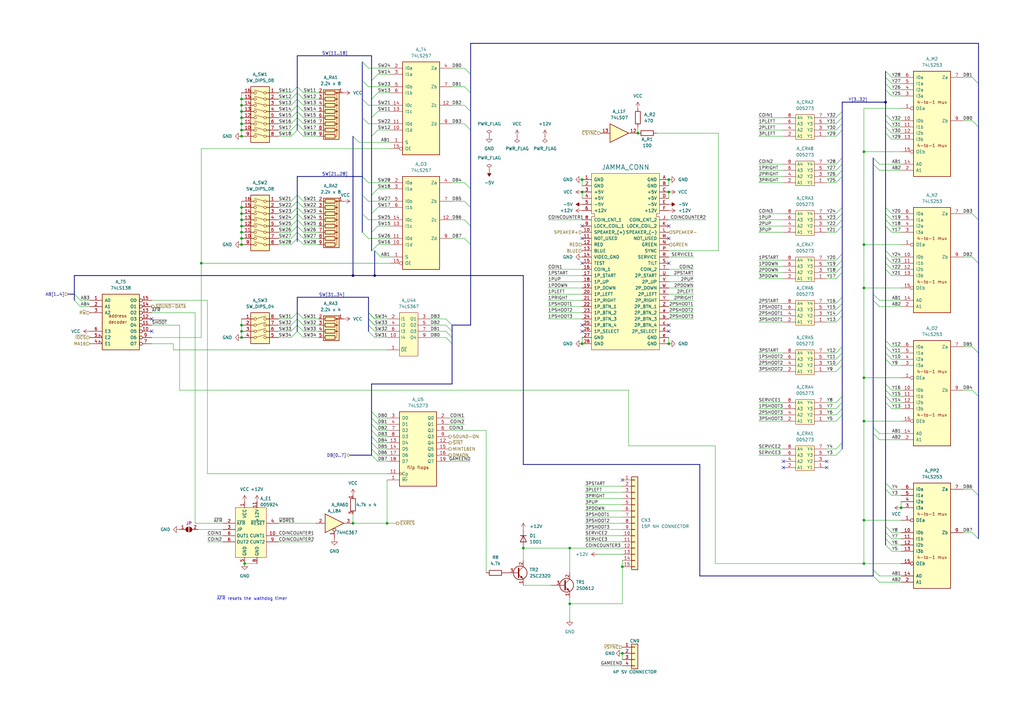
<source format=kicad_sch>
(kicad_sch (version 20231120) (generator "eeschema") (generator_version "8.0")
  (paper "A3")
  (title_block (title "Twin 16") (date "2024-09-08") (company "Konami GX687 / GX785") (comment 1 "Ulf Skutnabba, twitter: @skutis77"))
  (junction (at 144.78 113.03))
  (junction (at 99.06 48.26))
  (junction (at 99.06 85.09))
  (junction (at 99.06 40.64))
  (junction (at 274.32 73.66))
  (junction (at 238.76 140.97))
  (junction (at 99.06 92.71))
  (junction (at 354.33 118.11))
  (junction (at 354.33 172.72))
  (junction (at 99.06 97.79))
  (junction (at 99.06 133.35))
  (junction (at 238.76 73.66))
  (junction (at 158.75 214.63))
  (junction (at 99.06 53.34))
  (junction (at 99.06 138.43))
  (junction (at 274.32 140.97))
  (junction (at 274.32 78.74))
  (junction (at 100.33 231.14))
  (junction (at 99.06 50.8))
  (junction (at 99.06 43.18))
  (junction (at 354.33 100.33))
  (junction (at 99.06 135.89))
  (junction (at 369.57 208.28))
  (junction (at 354.33 213.36))
  (junction (at 99.06 95.25))
  (junction (at 261.62 54.61))
  (junction (at 233.68 247.65))
  (junction (at 99.06 45.72))
  (junction (at 233.68 224.79))
  (junction (at 99.06 55.88))
  (junction (at 255.27 267.97))
  (junction (at 99.06 90.17))
  (junction (at 153.67 113.03))
  (junction (at 82.55 107.95))
  (junction (at 354.33 231.14))
  (junction (at 238.76 78.74))
  (junction (at 255.27 232.41))
  (junction (at 363.22 41.91))
  (junction (at 144.78 214.63))
  (junction (at 354.33 154.94))
  (junction (at 214.63 224.79))
  (junction (at 354.33 62.23))
  (junction (at 99.06 100.33))
  (junction (at 99.06 87.63))
  (no_connect (at 339.09 191.77))
  (no_connect (at 238.76 92.71))
  (no_connect (at 238.76 97.79))
  (no_connect (at 274.32 97.79))
  (no_connect (at 274.32 92.71))
  (no_connect (at 62.23 135.89))
  (no_connect (at 62.23 130.81))
  (no_connect (at 321.31 189.23))
  (no_connect (at 274.32 133.35))
  (no_connect (at 274.32 135.89))
  (no_connect (at 238.76 133.35))
  (no_connect (at 238.76 135.89))
  (no_connect (at 321.31 191.77))
  (no_connect (at 274.32 107.95))
  (no_connect (at 238.76 107.95))
  (no_connect (at 339.09 189.23))
  (no_connect (at 255.27 196.85))
  (bus_entry (at 152.4 33.02) (size 2.54 -2.54))
  (bus_entry (at 363.22 31.75) (size 2.54 2.54))
  (bus_entry (at 152.4 171.45) (size 2.54 2.54))
  (bus_entry (at 345.44 144.78) (size -2.54 2.54))
  (bus_entry (at 345.44 147.32) (size -2.54 2.54))
  (bus_entry (at 121.92 130.81) (size -2.54 2.54))
  (bus_entry (at 363.22 215.9) (size 2.54 2.54))
  (bus_entry (at 345.44 104.14) (size -2.54 2.54))
  (bus_entry (at 121.92 53.34) (size 2.54 2.54))
  (bus_entry (at 363.22 29.21) (size 2.54 2.54))
  (bus_entry (at 345.44 87.63) (size -2.54 2.54))
  (bus_entry (at 345.44 127) (size -2.54 2.54))
  (bus_entry (at 121.92 48.26) (size 2.54 2.54))
  (bus_entry (at 363.22 90.17) (size 2.54 2.54))
  (bus_entry (at 363.22 144.78) (size 2.54 2.54))
  (bus_entry (at 358.14 233.68) (size 2.54 2.54))
  (bus_entry (at 148.59 33.02) (size 2.54 2.54))
  (bus_entry (at 363.22 46.99) (size 2.54 2.54))
  (bus_entry (at 363.22 198.12) (size 2.54 2.54))
  (bus_entry (at 148.59 25.4) (size 2.54 2.54))
  (bus_entry (at 190.5 50.8) (size 2.54 2.54))
  (bus_entry (at 121.92 95.25) (size 2.54 2.54))
  (bus_entry (at 363.22 223.52) (size 2.54 2.54))
  (bus_entry (at 121.92 82.55) (size -2.54 2.54))
  (bus_entry (at 345.44 72.39) (size -2.54 2.54))
  (bus_entry (at 151.13 130.81) (size 2.54 2.54))
  (bus_entry (at 345.44 142.24) (size -2.54 2.54))
  (bus_entry (at 358.14 120.65) (size 2.54 2.54))
  (bus_entry (at 121.92 35.56) (size 2.54 2.54))
  (bus_entry (at 363.22 157.48) (size 2.54 2.54))
  (bus_entry (at 121.92 43.18) (size -2.54 2.54))
  (bus_entry (at 121.92 130.81) (size 2.54 2.54))
  (bus_entry (at 363.22 200.66) (size 2.54 2.54))
  (bus_entry (at 398.78 200.66) (size 2.54 2.54))
  (bus_entry (at 358.14 64.77) (size 2.54 2.54))
  (bus_entry (at 121.92 87.63) (size 2.54 2.54))
  (bus_entry (at 144.78 55.88) (size 2.54 2.54))
  (bus_entry (at 151.13 135.89) (size 2.54 2.54))
  (bus_entry (at 358.14 177.8) (size 2.54 2.54))
  (bus_entry (at 148.59 72.39) (size 2.54 2.54))
  (bus_entry (at 190.5 35.56) (size 2.54 2.54))
  (bus_entry (at 345.44 109.22) (size -2.54 2.54))
  (bus_entry (at 121.92 45.72) (size 2.54 2.54))
  (bus_entry (at 363.22 85.09) (size 2.54 2.54))
  (bus_entry (at 363.22 160.02) (size 2.54 2.54))
  (bus_entry (at 151.13 128.27) (size 2.54 2.54))
  (bus_entry (at 363.22 105.41) (size 2.54 2.54))
  (bus_entry (at 363.22 165.1) (size 2.54 2.54))
  (bus_entry (at 148.59 87.63) (size 2.54 2.54))
  (bus_entry (at 121.92 135.89) (size 2.54 2.54))
  (bus_entry (at 363.22 34.29) (size 2.54 2.54))
  (bus_entry (at 121.92 128.27) (size -2.54 2.54))
  (bus_entry (at 358.14 175.26) (size 2.54 2.54))
  (bus_entry (at 121.92 135.89) (size -2.54 2.54))
  (bus_entry (at 121.92 95.25) (size -2.54 2.54))
  (bus_entry (at 363.22 110.49) (size 2.54 2.54))
  (bus_entry (at 363.22 49.53) (size 2.54 2.54))
  (bus_entry (at 345.44 165.1) (size -2.54 2.54))
  (bus_entry (at 151.13 128.27) (size 2.54 2.54))
  (bus_entry (at 121.92 43.18) (size 2.54 2.54))
  (bus_entry (at 345.44 129.54) (size -2.54 2.54))
  (bus_entry (at 345.44 121.92) (size -2.54 2.54))
  (bus_entry (at 398.78 105.41) (size 2.54 2.54))
  (bus_entry (at 358.14 236.22) (size 2.54 2.54))
  (bus_entry (at 148.59 48.26) (size 2.54 2.54))
  (bus_entry (at 190.5 74.93) (size 2.54 2.54))
  (bus_entry (at 190.5 43.18) (size 2.54 2.54))
  (bus_entry (at 152.4 55.88) (size 2.54 -2.54))
  (bus_entry (at 121.92 82.55) (size 2.54 2.54))
  (bus_entry (at 363.22 162.56) (size 2.54 2.54))
  (bus_entry (at 345.44 92.71) (size -2.54 2.54))
  (bus_entry (at 152.4 168.91) (size 2.54 2.54))
  (bus_entry (at 345.44 45.72) (size -2.54 2.54))
  (bus_entry (at 121.92 80.01) (size -2.54 2.54))
  (bus_entry (at 345.44 64.77) (size -2.54 2.54))
  (bus_entry (at 363.22 218.44) (size 2.54 2.54))
  (bus_entry (at 148.59 80.01) (size 2.54 2.54))
  (bus_entry (at 345.44 67.31) (size -2.54 2.54))
  (bus_entry (at 151.13 130.81) (size 2.54 2.54))
  (bus_entry (at 398.78 87.63) (size 2.54 2.54))
  (bus_entry (at 152.4 176.53) (size 2.54 2.54))
  (bus_entry (at 121.92 97.79) (size -2.54 2.54))
  (bus_entry (at 363.22 102.87) (size 2.54 2.54))
  (bus_entry (at 148.59 95.25) (size 2.54 2.54))
  (bus_entry (at 152.4 179.07) (size 2.54 2.54))
  (bus_entry (at 345.44 111.76) (size -2.54 2.54))
  (bus_entry (at 152.4 40.64) (size 2.54 -2.54))
  (bus_entry (at 152.4 184.15) (size 2.54 2.54))
  (bus_entry (at 121.92 35.56) (size -2.54 2.54))
  (bus_entry (at 30.48 123.19) (size 2.54 2.54))
  (bus_entry (at 182.88 133.35) (size 2.54 2.54))
  (bus_entry (at 152.4 102.87) (size 2.54 -2.54))
  (bus_entry (at 152.4 48.26) (size 2.54 -2.54))
  (bus_entry (at 121.92 38.1) (size 2.54 2.54))
  (bus_entry (at 363.22 107.95) (size 2.54 2.54))
  (bus_entry (at 121.92 80.01) (size 2.54 2.54))
  (bus_entry (at 190.5 27.94) (size 2.54 2.54))
  (bus_entry (at 363.22 142.24) (size 2.54 2.54))
  (bus_entry (at 190.5 90.17) (size 2.54 2.54))
  (bus_entry (at 398.78 31.75) (size 2.54 2.54))
  (bus_entry (at 152.4 186.69) (size 2.54 2.54))
  (bus_entry (at 121.92 133.35) (size -2.54 2.54))
  (bus_entry (at 345.44 53.34) (size -2.54 2.54))
  (bus_entry (at 345.44 85.09) (size -2.54 2.54))
  (bus_entry (at 152.4 87.63) (size 2.54 -2.54))
  (bus_entry (at 121.92 53.34) (size -2.54 2.54))
  (bus_entry (at 121.92 90.17) (size -2.54 2.54))
  (bus_entry (at 190.5 97.79) (size 2.54 2.54))
  (bus_entry (at 121.92 97.79) (size 2.54 2.54))
  (bus_entry (at 152.4 95.25) (size 2.54 -2.54))
  (bus_entry (at 182.88 135.89) (size 2.54 2.54))
  (bus_entry (at 345.44 167.64) (size -2.54 2.54))
  (bus_entry (at 363.22 92.71) (size 2.54 2.54))
  (bus_entry (at 121.92 133.35) (size 2.54 2.54))
  (bus_entry (at 121.92 50.8) (size -2.54 2.54))
  (bus_entry (at 363.22 36.83) (size 2.54 2.54))
  (bus_entry (at 363.22 87.63) (size 2.54 2.54))
  (bus_entry (at 345.44 106.68) (size -2.54 2.54))
  (bus_entry (at 121.92 40.64) (size -2.54 2.54))
  (bus_entry (at 363.22 147.32) (size 2.54 2.54))
  (bus_entry (at 190.5 82.55) (size 2.54 2.54))
  (bus_entry (at 30.48 120.65) (size 2.54 2.54))
  (bus_entry (at 121.92 87.63) (size -2.54 2.54))
  (bus_entry (at 121.92 50.8) (size 2.54 2.54))
  (bus_entry (at 152.4 181.61) (size 2.54 2.54))
  (bus_entry (at 121.92 92.71) (size 2.54 2.54))
  (bus_entry (at 345.44 149.86) (size -2.54 2.54))
  (bus_entry (at 345.44 181.61) (size -2.54 2.54))
  (bus_entry (at 358.14 67.31) (size 2.54 2.54))
  (bus_entry (at 151.13 133.35) (size 2.54 2.54))
  (bus_entry (at 121.92 85.09) (size -2.54 2.54))
  (bus_entry (at 182.88 130.81) (size 2.54 2.54))
  (bus_entry (at 345.44 170.18) (size -2.54 2.54))
  (bus_entry (at 121.92 90.17) (size 2.54 2.54))
  (bus_entry (at 153.67 102.87) (size 2.54 2.54))
  (bus_entry (at 358.14 123.19) (size 2.54 2.54))
  (bus_entry (at 363.22 139.7) (size 2.54 2.54))
  (bus_entry (at 398.78 218.44) (size 2.54 2.54))
  (bus_entry (at 345.44 162.56) (size -2.54 2.54))
  (bus_entry (at 345.44 48.26) (size -2.54 2.54))
  (bus_entry (at 363.22 220.98) (size 2.54 2.54))
  (bus_entry (at 345.44 124.46) (size -2.54 2.54))
  (bus_entry (at 398.78 49.53) (size 2.54 2.54))
  (bus_entry (at 121.92 48.26) (size -2.54 2.54))
  (bus_entry (at 152.4 173.99) (size 2.54 2.54))
  (bus_entry (at 121.92 38.1) (size -2.54 2.54))
  (bus_entry (at 121.92 85.09) (size 2.54 2.54))
  (bus_entry (at 398.78 160.02) (size 2.54 2.54))
  (bus_entry (at 182.88 138.43) (size 2.54 2.54))
  (bus_entry (at 345.44 69.85) (size -2.54 2.54))
  (bus_entry (at 148.59 40.64) (size 2.54 2.54))
  (bus_entry (at 121.92 128.27) (size 2.54 2.54))
  (bus_entry (at 345.44 90.17) (size -2.54 2.54))
  (bus_entry (at 121.92 45.72) (size -2.54 2.54))
  (bus_entry (at 363.22 52.07) (size 2.54 2.54))
  (bus_entry (at 152.4 80.01) (size 2.54 -2.54))
  (bus_entry (at 363.22 54.61) (size 2.54 2.54))
  (bus_entry (at 345.44 50.8) (size -2.54 2.54))
  (bus_entry (at 398.78 142.24) (size 2.54 2.54))
  (bus_entry (at 121.92 92.71) (size -2.54 2.54))
  (bus_entry (at 121.92 40.64) (size 2.54 2.54))
  (bus_entry (at 345.44 184.15) (size -2.54 2.54))
  (wire (pts (xy 185.42 90.17) (xy 190.5 90.17)))
  (bus (pts (xy 345.44 53.34) (xy 345.44 50.8)))
  (wire (pts (xy 85.09 123.19) (xy 85.09 194.31)))
  (wire (pts (xy 365.76 57.15) (xy 369.57 57.15)))
  (wire (pts (xy 99.06 82.55) (xy 99.06 85.09)))
  (bus (pts (xy 121.92 50.8) (xy 121.92 53.34)))
  (wire (pts (xy 274.32 78.74) (xy 274.32 81.28)))
  (bus (pts (xy 144.78 113.03) (xy 153.67 113.03)))
  (wire (pts (xy 255.27 267.97) (xy 255.27 270.51)))
  (bus (pts (xy 345.44 124.46) (xy 345.44 121.92)))
  (bus (pts (xy 152.4 181.61) (xy 152.4 179.07)))
  (wire (pts (xy 365.76 54.61) (xy 369.57 54.61)))
  (bus (pts (xy 363.22 142.24) (xy 363.22 144.78)))
  (wire (pts (xy 365.76 52.07) (xy 369.57 52.07)))
  (wire (pts (xy 274.32 138.43) (xy 274.32 140.97)))
  (wire (pts (xy 71.12 140.97) (xy 71.12 143.51)))
  (wire (pts (xy 365.76 162.56) (xy 369.57 162.56)))
  (bus (pts (xy 148.59 87.63) (xy 148.59 95.25)))
  (wire (pts (xy 154.94 179.07) (xy 158.75 179.07)))
  (wire (pts (xy 62.23 140.97) (xy 71.12 140.97)))
  (wire (pts (xy 124.46 87.63) (xy 130.81 87.63)))
  (wire (pts (xy 114.3 214.63) (xy 129.54 214.63)))
  (bus (pts (xy 345.44 127) (xy 345.44 124.46)))
  (wire (pts (xy 311.15 53.34) (xy 321.31 53.34)))
  (wire (pts (xy 240.03 219.71) (xy 255.27 219.71)))
  (bus (pts (xy 401.32 107.95) (xy 401.32 90.17)))
  (wire (pts (xy 119.38 133.35) (xy 114.3 133.35)))
  (bus (pts (xy 121.92 38.1) (xy 121.92 35.56)))
  (wire (pts (xy 153.67 135.89) (xy 158.75 135.89)))
  (wire (pts (xy 185.42 50.8) (xy 190.5 50.8)))
  (bus (pts (xy 30.48 120.65) (xy 30.48 123.19)))
  (wire (pts (xy 311.15 144.78) (xy 321.31 144.78)))
  (wire (pts (xy 124.46 85.09) (xy 130.81 85.09)))
  (bus (pts (xy 363.22 87.63) (xy 363.22 90.17)))
  (wire (pts (xy 185.42 27.94) (xy 190.5 27.94)))
  (wire (pts (xy 119.38 45.72) (xy 114.3 45.72)))
  (wire (pts (xy 153.67 138.43) (xy 158.75 138.43)))
  (wire (pts (xy 124.46 133.35) (xy 130.81 133.35)))
  (wire (pts (xy 342.9 55.88) (xy 339.09 55.88)))
  (wire (pts (xy 342.9 147.32) (xy 339.09 147.32)))
  (bus (pts (xy 345.44 92.71) (xy 345.44 90.17)))
  (bus (pts (xy 345.44 109.22) (xy 345.44 106.68)))
  (wire (pts (xy 365.76 144.78) (xy 369.57 144.78)))
  (wire (pts (xy 224.79 125.73) (xy 238.76 125.73)))
  (wire (pts (xy 311.15 92.71) (xy 321.31 92.71)))
  (bus (pts (xy 185.42 157.48) (xy 185.42 140.97)))
  (wire (pts (xy 365.76 149.86) (xy 369.57 149.86)))
  (wire (pts (xy 274.32 73.66) (xy 274.32 76.2)))
  (bus (pts (xy 363.22 160.02) (xy 363.22 162.56)))
  (bus (pts (xy 121.92 87.63) (xy 121.92 85.09)))
  (wire (pts (xy 342.9 50.8) (xy 339.09 50.8)))
  (wire (pts (xy 394.97 87.63) (xy 398.78 87.63)))
  (bus (pts (xy 30.48 113.03) (xy 144.78 113.03)))
  (bus (pts (xy 121.92 135.89) (xy 121.92 133.35)))
  (wire (pts (xy 311.15 106.68) (xy 321.31 106.68)))
  (wire (pts (xy 82.55 138.43) (xy 82.55 107.95)))
  (wire (pts (xy 114.3 219.71) (xy 128.27 219.71)))
  (wire (pts (xy 294.64 102.87) (xy 294.64 54.61)))
  (wire (pts (xy 151.13 50.8) (xy 160.02 50.8)))
  (bus (pts (xy 152.4 48.26) (xy 152.4 40.64)))
  (wire (pts (xy 311.15 114.3) (xy 321.31 114.3)))
  (wire (pts (xy 80.01 128.27) (xy 80.01 214.63)))
  (wire (pts (xy 233.68 224.79) (xy 255.27 224.79)))
  (bus (pts (xy 121.92 22.86) (xy 121.92 35.56)))
  (wire (pts (xy 342.9 69.85) (xy 339.09 69.85)))
  (bus (pts (xy 345.44 149.86) (xy 345.44 147.32)))
  (bus (pts (xy 152.4 186.69) (xy 152.4 184.15)))
  (bus (pts (xy 193.04 77.47) (xy 193.04 85.09)))
  (wire (pts (xy 365.76 90.17) (xy 369.57 90.17)))
  (wire (pts (xy 342.9 132.08) (xy 339.09 132.08)))
  (wire (pts (xy 99.06 133.35) (xy 99.06 135.89)))
  (wire (pts (xy 354.33 231.14) (xy 369.57 231.14)))
  (wire (pts (xy 85.09 222.25) (xy 91.44 222.25)))
  (wire (pts (xy 158.75 214.63) (xy 144.78 214.63)))
  (bus (pts (xy 363.22 46.99) (xy 363.22 49.53)))
  (wire (pts (xy 354.33 172.72) (xy 354.33 213.36)))
  (bus (pts (xy 121.92 40.64) (xy 121.92 38.1)))
  (bus (pts (xy 345.44 106.68) (xy 345.44 104.14)))
  (wire (pts (xy 124.46 55.88) (xy 130.81 55.88)))
  (wire (pts (xy 62.23 138.43) (xy 82.55 138.43)))
  (bus (pts (xy 152.4 171.45) (xy 152.4 168.91)))
  (bus (pts (xy 358.14 64.77) (xy 358.14 67.31)))
  (bus (pts (xy 363.22 107.95) (xy 363.22 110.49)))
  (wire (pts (xy 151.13 97.79) (xy 160.02 97.79)))
  (wire (pts (xy 119.38 92.71) (xy 114.3 92.71)))
  (bus (pts (xy 345.44 85.09) (xy 345.44 72.39)))
  (bus (pts (xy 345.44 181.61) (xy 345.44 170.18)))
  (wire (pts (xy 82.55 107.95) (xy 160.02 107.95)))
  (wire (pts (xy 365.76 113.03) (xy 369.57 113.03)))
  (wire (pts (xy 354.33 213.36) (xy 354.33 231.14)))
  (wire (pts (xy 354.33 62.23) (xy 354.33 100.33)))
  (wire (pts (xy 154.94 176.53) (xy 158.75 176.53)))
  (wire (pts (xy 365.76 200.66) (xy 369.57 200.66)))
  (bus (pts (xy 152.4 168.91) (xy 152.4 157.48)))
  (wire (pts (xy 342.9 53.34) (xy 339.09 53.34)))
  (bus (pts (xy 185.42 140.97) (xy 185.42 138.43)))
  (bus (pts (xy 363.22 105.41) (xy 363.22 107.95)))
  (wire (pts (xy 119.38 130.81) (xy 114.3 130.81)))
  (bus (pts (xy 358.14 233.68) (xy 358.14 236.22)))
  (bus (pts (xy 358.14 120.65) (xy 358.14 123.19)))
  (wire (pts (xy 342.9 48.26) (xy 339.09 48.26)))
  (bus (pts (xy 358.14 177.8) (xy 358.14 233.68)))
  (wire (pts (xy 365.76 223.52) (xy 369.57 223.52)))
  (wire (pts (xy 274.32 120.65) (xy 284.48 120.65)))
  (wire (pts (xy 365.76 49.53) (xy 369.57 49.53)))
  (wire (pts (xy 274.32 110.49) (xy 284.48 110.49)))
  (wire (pts (xy 99.06 40.64) (xy 99.06 43.18)))
  (bus (pts (xy 153.67 113.03) (xy 214.63 113.03)))
  (wire (pts (xy 124.46 130.81) (xy 130.81 130.81)))
  (wire (pts (xy 33.02 123.19) (xy 36.83 123.19)))
  (wire (pts (xy 154.94 77.47) (xy 160.02 77.47)))
  (wire (pts (xy 360.68 123.19) (xy 369.57 123.19)))
  (bus (pts (xy 363.22 41.91) (xy 363.22 46.99)))
  (bus (pts (xy 151.13 130.81) (xy 151.13 133.35)))
  (bus (pts (xy 143.51 186.69) (xy 152.4 186.69)))
  (bus (pts (xy 401.32 34.29) (xy 401.32 17.78)))
  (wire (pts (xy 311.15 90.17) (xy 321.31 90.17)))
  (wire (pts (xy 224.79 128.27) (xy 238.76 128.27)))
  (bus (pts (xy 345.44 50.8) (xy 345.44 48.26)))
  (wire (pts (xy 342.9 170.18) (xy 339.09 170.18)))
  (wire (pts (xy 62.23 128.27) (xy 80.01 128.27)))
  (wire (pts (xy 233.68 254) (xy 233.68 247.65)))
  (wire (pts (xy 255.27 229.87) (xy 255.27 232.41)))
  (bus (pts (xy 287.02 190.5) (xy 287.02 236.22)))
  (bus (pts (xy 152.4 87.63) (xy 152.4 95.25)))
  (wire (pts (xy 240.03 209.55) (xy 255.27 209.55)))
  (wire (pts (xy 124.46 48.26) (xy 130.81 48.26)))
  (wire (pts (xy 124.46 92.71) (xy 130.81 92.71)))
  (wire (pts (xy 365.76 92.71) (xy 369.57 92.71)))
  (bus (pts (xy 185.42 138.43) (xy 185.42 135.89)))
  (wire (pts (xy 311.15 172.72) (xy 321.31 172.72)))
  (bus (pts (xy 121.92 43.18) (xy 121.92 40.64)))
  (wire (pts (xy 311.15 72.39) (xy 321.31 72.39)))
  (wire (pts (xy 394.97 200.66) (xy 398.78 200.66)))
  (wire (pts (xy 240.03 217.17) (xy 255.27 217.17)))
  (wire (pts (xy 119.38 135.89) (xy 114.3 135.89)))
  (bus (pts (xy 214.63 190.5) (xy 287.02 190.5)))
  (wire (pts (xy 240.03 222.25) (xy 255.27 222.25)))
  (wire (pts (xy 119.38 48.26) (xy 114.3 48.26)))
  (bus (pts (xy 363.22 85.09) (xy 363.22 87.63)))
  (bus (pts (xy 152.4 33.02) (xy 152.4 22.86)))
  (wire (pts (xy 394.97 49.53) (xy 398.78 49.53)))
  (wire (pts (xy 311.15 186.69) (xy 321.31 186.69)))
  (bus (pts (xy 121.92 130.81) (xy 121.92 128.27)))
  (bus (pts (xy 363.22 36.83) (xy 363.22 41.91)))
  (bus (pts (xy 151.13 121.92) (xy 151.13 128.27)))
  (wire (pts (xy 99.06 92.71) (xy 99.06 95.25)))
  (wire (pts (xy 360.68 177.8) (xy 369.57 177.8)))
  (bus (pts (xy 363.22 220.98) (xy 363.22 223.52)))
  (wire (pts (xy 354.33 100.33) (xy 354.33 118.11)))
  (bus (pts (xy 193.04 38.1) (xy 193.04 45.72)))
  (bus (pts (xy 358.14 175.26) (xy 358.14 177.8)))
  (bus (pts (xy 148.59 33.02) (xy 148.59 40.64)))
  (bus (pts (xy 185.42 133.35) (xy 193.04 133.35)))
  (wire (pts (xy 82.55 60.96) (xy 160.02 60.96)))
  (bus (pts (xy 345.44 121.92) (xy 345.44 111.76)))
  (bus (pts (xy 363.22 92.71) (xy 363.22 102.87)))
  (bus (pts (xy 363.22 102.87) (xy 363.22 105.41)))
  (bus (pts (xy 152.4 48.26) (xy 152.4 55.88)))
  (wire (pts (xy 144.78 210.82) (xy 144.78 214.63)))
  (wire (pts (xy 311.15 184.15) (xy 321.31 184.15)))
  (wire (pts (xy 71.12 143.51) (xy 158.75 143.51)))
  (bus (pts (xy 30.48 120.65) (xy 30.48 113.03)))
  (wire (pts (xy 360.68 125.73) (xy 369.57 125.73)))
  (bus (pts (xy 152.4 184.15) (xy 152.4 181.61)))
  (wire (pts (xy 154.94 186.69) (xy 158.75 186.69)))
  (wire (pts (xy 354.33 118.11) (xy 354.33 154.94)))
  (bus (pts (xy 121.92 72.39) (xy 148.59 72.39)))
  (wire (pts (xy 99.06 43.18) (xy 99.06 45.72)))
  (wire (pts (xy 224.79 90.17) (xy 238.76 90.17)))
  (wire (pts (xy 365.76 39.37) (xy 369.57 39.37)))
  (bus (pts (xy 345.44 64.77) (xy 345.44 53.34)))
  (wire (pts (xy 153.67 130.81) (xy 158.75 130.81)))
  (wire (pts (xy 153.67 133.35) (xy 158.75 133.35)))
  (wire (pts (xy 274.32 115.57) (xy 284.48 115.57)))
  (bus (pts (xy 363.22 215.9) (xy 363.22 218.44)))
  (bus (pts (xy 185.42 133.35) (xy 185.42 135.89)))
  (wire (pts (xy 274.32 125.73) (xy 284.48 125.73)))
  (wire (pts (xy 154.94 38.1) (xy 160.02 38.1)))
  (wire (pts (xy 73.66 160.02) (xy 257.81 160.02)))
  (wire (pts (xy 261.62 52.07) (xy 261.62 54.61)))
  (wire (pts (xy 311.15 69.85) (xy 321.31 69.85)))
  (wire (pts (xy 119.38 50.8) (xy 114.3 50.8)))
  (wire (pts (xy 119.38 40.64) (xy 114.3 40.64)))
  (wire (pts (xy 360.68 69.85) (xy 369.57 69.85)))
  (bus (pts (xy 345.44 111.76) (xy 345.44 109.22)))
  (wire (pts (xy 124.46 82.55) (xy 130.81 82.55)))
  (wire (pts (xy 233.68 234.95) (xy 233.68 224.79)))
  (bus (pts (xy 121.92 90.17) (xy 121.92 87.63)))
  (bus (pts (xy 214.63 113.03) (xy 214.63 190.5)))
  (wire (pts (xy 257.81 160.02) (xy 257.81 182.88)))
  (wire (pts (xy 214.63 240.03) (xy 226.06 240.03)))
  (bus (pts (xy 193.04 53.34) (xy 193.04 77.47)))
  (bus (pts (xy 363.22 31.75) (xy 363.22 34.29)))
  (wire (pts (xy 176.53 138.43) (xy 182.88 138.43)))
  (bus (pts (xy 401.32 220.98) (xy 401.32 203.2)))
  (wire (pts (xy 62.23 123.19) (xy 85.09 123.19)))
  (wire (pts (xy 151.13 27.94) (xy 160.02 27.94)))
  (wire (pts (xy 311.15 147.32) (xy 321.31 147.32)))
  (bus (pts (xy 148.59 40.64) (xy 148.59 48.26)))
  (wire (pts (xy 294.64 54.61) (xy 269.24 54.61)))
  (wire (pts (xy 274.32 123.19) (xy 284.48 123.19)))
  (bus (pts (xy 363.22 200.66) (xy 363.22 215.9)))
  (wire (pts (xy 274.32 118.11) (xy 284.48 118.11)))
  (wire (pts (xy 365.76 95.25) (xy 369.57 95.25)))
  (wire (pts (xy 342.9 152.4) (xy 339.09 152.4)))
  (wire (pts (xy 151.13 43.18) (xy 160.02 43.18)))
  (wire (pts (xy 124.46 138.43) (xy 130.81 138.43)))
  (wire (pts (xy 156.21 105.41) (xy 160.02 105.41)))
  (wire (pts (xy 311.15 67.31) (xy 321.31 67.31)))
  (wire (pts (xy 119.38 53.34) (xy 114.3 53.34)))
  (wire (pts (xy 185.42 35.56) (xy 190.5 35.56)))
  (wire (pts (xy 342.9 92.71) (xy 339.09 92.71)))
  (bus (pts (xy 121.92 82.55) (xy 121.92 80.01)))
  (wire (pts (xy 274.32 90.17) (xy 289.56 90.17)))
  (bus (pts (xy 121.92 92.71) (xy 121.92 90.17)))
  (wire (pts (xy 342.9 114.3) (xy 339.09 114.3)))
  (wire (pts (xy 342.9 167.64) (xy 339.09 167.64)))
  (wire (pts (xy 365.76 220.98) (xy 369.57 220.98)))
  (wire (pts (xy 119.38 90.17) (xy 114.3 90.17)))
  (wire (pts (xy 394.97 218.44) (xy 398.78 218.44)))
  (wire (pts (xy 360.68 238.76) (xy 369.57 238.76)))
  (wire (pts (xy 354.33 154.94) (xy 369.57 154.94)))
  (wire (pts (xy 199.39 176.53) (xy 199.39 234.95)))
  (wire (pts (xy 99.06 45.72) (xy 99.06 48.26)))
  (wire (pts (xy 365.76 226.06) (xy 369.57 226.06)))
  (wire (pts (xy 369.57 205.74) (xy 369.57 208.28)))
  (wire (pts (xy 342.9 186.69) (xy 339.09 186.69)))
  (wire (pts (xy 365.76 165.1) (xy 369.57 165.1)))
  (wire (pts (xy 124.46 100.33) (xy 130.81 100.33)))
  (wire (pts (xy 311.15 50.8) (xy 321.31 50.8)))
  (wire (pts (xy 124.46 45.72) (xy 130.81 45.72)))
  (wire (pts (xy 119.38 87.63) (xy 114.3 87.63)))
  (wire (pts (xy 246.38 273.05) (xy 255.27 273.05)))
  (bus (pts (xy 193.04 30.48) (xy 193.04 38.1)))
  (wire (pts (xy 274.32 113.03) (xy 284.48 113.03)))
  (wire (pts (xy 124.46 90.17) (xy 130.81 90.17)))
  (bus (pts (xy 148.59 25.4) (xy 148.59 33.02)))
  (bus (pts (xy 363.22 49.53) (xy 363.22 52.07)))
  (bus (pts (xy 193.04 17.78) (xy 193.04 30.48)))
  (bus (pts (xy 121.92 133.35) (xy 121.92 130.81)))
  (bus (pts (xy 345.44 167.64) (xy 345.44 165.1)))
  (wire (pts (xy 224.79 115.57) (xy 238.76 115.57)))
  (bus (pts (xy 148.59 72.39) (xy 148.59 80.01)))
  (wire (pts (xy 124.46 95.25) (xy 130.81 95.25)))
  (wire (pts (xy 360.68 180.34) (xy 369.57 180.34)))
  (bus (pts (xy 345.44 147.32) (xy 345.44 144.78)))
  (wire (pts (xy 365.76 167.64) (xy 369.57 167.64)))
  (wire (pts (xy 224.79 123.19) (xy 238.76 123.19)))
  (wire (pts (xy 293.37 182.88) (xy 293.37 231.14)))
  (wire (pts (xy 176.53 135.89) (xy 182.88 135.89)))
  (wire (pts (xy 224.79 130.81) (xy 238.76 130.81)))
  (bus (pts (xy 345.44 129.54) (xy 345.44 127)))
  (wire (pts (xy 354.33 154.94) (xy 354.33 172.72)))
  (bus (pts (xy 345.44 170.18) (xy 345.44 167.64)))
  (bus (pts (xy 345.44 67.31) (xy 345.44 64.77)))
  (wire (pts (xy 238.76 78.74) (xy 238.76 81.28)))
  (bus (pts (xy 363.22 90.17) (xy 363.22 92.71)))
  (wire (pts (xy 82.55 107.95) (xy 82.55 60.96)))
  (bus (pts (xy 287.02 236.22) (xy 358.14 236.22)))
  (wire (pts (xy 124.46 40.64) (xy 130.81 40.64)))
  (bus (pts (xy 345.44 104.14) (xy 345.44 92.71)))
  (bus (pts (xy 345.44 165.1) (xy 345.44 162.56)))
  (wire (pts (xy 394.97 105.41) (xy 398.78 105.41)))
  (wire (pts (xy 73.66 133.35) (xy 73.66 160.02)))
  (wire (pts (xy 124.46 43.18) (xy 130.81 43.18)))
  (bus (pts (xy 363.22 157.48) (xy 363.22 160.02)))
  (wire (pts (xy 154.94 181.61) (xy 158.75 181.61)))
  (wire (pts (xy 80.01 214.63) (xy 91.44 214.63)))
  (bus (pts (xy 345.44 72.39) (xy 345.44 69.85)))
  (wire (pts (xy 360.68 67.31) (xy 369.57 67.31)))
  (wire (pts (xy 240.03 214.63) (xy 255.27 214.63)))
  (wire (pts (xy 293.37 182.88) (xy 257.81 182.88)))
  (bus (pts (xy 152.4 55.88) (xy 152.4 80.01)))
  (wire (pts (xy 311.15 127) (xy 321.31 127)))
  (wire (pts (xy 214.63 224.79) (xy 214.63 229.87)))
  (bus (pts (xy 401.32 162.56) (xy 401.32 144.78)))
  (wire (pts (xy 342.9 90.17) (xy 339.09 90.17)))
  (wire (pts (xy 154.94 30.48) (xy 160.02 30.48)))
  (wire (pts (xy 119.38 95.25) (xy 114.3 95.25)))
  (bus (pts (xy 152.4 95.25) (xy 152.4 102.87)))
  (bus (pts (xy 121.92 95.25) (xy 121.92 92.71)))
  (wire (pts (xy 311.15 165.1) (xy 321.31 165.1)))
  (wire (pts (xy 99.06 130.81) (xy 99.06 133.35)))
  (bus (pts (xy 193.04 100.33) (xy 193.04 133.35)))
  (wire (pts (xy 365.76 31.75) (xy 369.57 31.75)))
  (wire (pts (xy 240.03 207.01) (xy 255.27 207.01)))
  (bus (pts (xy 151.13 128.27) (xy 151.13 130.81)))
  (bus (pts (xy 345.44 184.15) (xy 345.44 181.61)))
  (bus (pts (xy 193.04 85.09) (xy 193.04 92.71)))
  (wire (pts (xy 33.02 125.73) (xy 36.83 125.73)))
  (wire (pts (xy 342.9 72.39) (xy 339.09 72.39)))
  (bus (pts (xy 152.4 22.86) (xy 121.92 22.86)))
  (wire (pts (xy 176.53 133.35) (xy 182.88 133.35)))
  (wire (pts (xy 184.15 189.23) (xy 193.04 189.23)))
  (bus (pts (xy 345.44 162.56) (xy 345.44 149.86)))
  (wire (pts (xy 154.94 173.99) (xy 158.75 173.99)))
  (wire (pts (xy 311.15 149.86) (xy 321.31 149.86)))
  (wire (pts (xy 154.94 184.15) (xy 158.75 184.15)))
  (wire (pts (xy 311.15 95.25) (xy 321.31 95.25)))
  (wire (pts (xy 311.15 124.46) (xy 321.31 124.46)))
  (wire (pts (xy 311.15 132.08) (xy 321.31 132.08)))
  (wire (pts (xy 185.42 74.93) (xy 190.5 74.93)))
  (bus (pts (xy 152.4 173.99) (xy 152.4 171.45)))
  (wire (pts (xy 342.9 109.22) (xy 339.09 109.22)))
  (wire (pts (xy 311.15 87.63) (xy 321.31 87.63)))
  (bus (pts (xy 345.44 90.17) (xy 345.44 87.63)))
  (bus (pts (xy 363.22 165.1) (xy 363.22 198.12)))
  (bus (pts (xy 345.44 48.26) (xy 345.44 45.72)))
  (bus (pts (xy 363.22 54.61) (xy 363.22 85.09)))
  (wire (pts (xy 342.9 111.76) (xy 339.09 111.76)))
  (wire (pts (xy 274.32 102.87) (xy 294.64 102.87)))
  (wire (pts (xy 369.57 213.36) (xy 354.33 213.36)))
  (wire (pts (xy 154.94 100.33) (xy 160.02 100.33)))
  (wire (pts (xy 124.46 97.79) (xy 130.81 97.79)))
  (bus (pts (xy 363.22 144.78) (xy 363.22 147.32)))
  (wire (pts (xy 311.15 170.18) (xy 321.31 170.18)))
  (wire (pts (xy 342.9 74.93) (xy 339.09 74.93)))
  (bus (pts (xy 193.04 45.72) (xy 193.04 53.34)))
  (wire (pts (xy 240.03 204.47) (xy 255.27 204.47)))
  (wire (pts (xy 119.38 43.18) (xy 114.3 43.18)))
  (wire (pts (xy 119.38 82.55) (xy 114.3 82.55)))
  (wire (pts (xy 342.9 95.25) (xy 339.09 95.25)))
  (wire (pts (xy 342.9 67.31) (xy 339.09 67.31)))
  (wire (pts (xy 162.56 214.63) (xy 158.75 214.63)))
  (wire (pts (xy 238.76 138.43) (xy 238.76 140.97)))
  (wire (pts (xy 311.15 152.4) (xy 321.31 152.4)))
  (wire (pts (xy 176.53 130.81) (xy 182.88 130.81)))
  (wire (pts (xy 99.06 53.34) (xy 99.06 55.88)))
  (wire (pts (xy 311.15 55.88) (xy 321.31 55.88)))
  (wire (pts (xy 394.97 142.24) (xy 398.78 142.24)))
  (bus (pts (xy 27.94 120.65) (xy 30.48 120.65)))
  (wire (pts (xy 119.38 38.1) (xy 114.3 38.1)))
  (wire (pts (xy 154.94 171.45) (xy 158.75 171.45)))
  (wire (pts (xy 184.15 173.99) (xy 190.5 173.99)))
  (wire (pts (xy 114.3 222.25) (xy 128.27 222.25)))
  (wire (pts (xy 365.76 203.2) (xy 369.57 203.2)))
  (bus (pts (xy 345.44 41.91) (xy 363.22 41.91)))
  (wire (pts (xy 311.15 111.76) (xy 321.31 111.76)))
  (bus (pts (xy 401.32 203.2) (xy 401.32 162.56)))
  (bus (pts (xy 363.22 110.49) (xy 363.22 139.7)))
  (bus (pts (xy 363.22 29.21) (xy 363.22 31.75)))
  (wire (pts (xy 245.11 227.33) (xy 255.27 227.33)))
  (bus (pts (xy 121.92 48.26) (xy 121.92 45.72)))
  (wire (pts (xy 184.15 176.53) (xy 199.39 176.53)))
  (bus (pts (xy 363.22 52.07) (xy 363.22 54.61)))
  (wire (pts (xy 99.06 135.89) (xy 99.06 138.43)))
  (bus (pts (xy 151.13 133.35) (xy 151.13 135.89)))
  (wire (pts (xy 342.9 144.78) (xy 339.09 144.78)))
  (wire (pts (xy 369.57 62.23) (xy 354.33 62.23)))
  (wire (pts (xy 274.32 130.81) (xy 284.48 130.81)))
  (wire (pts (xy 293.37 231.14) (xy 354.33 231.14)))
  (wire (pts (xy 354.33 100.33) (xy 369.57 100.33)))
  (wire (pts (xy 311.15 167.64) (xy 321.31 167.64)))
  (bus (pts (xy 363.22 147.32) (xy 363.22 157.48)))
  (bus (pts (xy 363.22 198.12) (xy 363.22 200.66)))
  (wire (pts (xy 184.15 171.45) (xy 190.5 171.45)))
  (wire (pts (xy 185.42 97.79) (xy 190.5 97.79)))
  (bus (pts (xy 358.14 123.19) (xy 358.14 175.26)))
  (bus (pts (xy 345.44 87.63) (xy 345.44 85.09)))
  (wire (pts (xy 342.9 184.15) (xy 339.09 184.15)))
  (wire (pts (xy 365.76 218.44) (xy 369.57 218.44)))
  (bus (pts (xy 121.92 99.06) (xy 121.92 97.79)))
  (wire (pts (xy 85.09 219.71) (xy 91.44 219.71)))
  (bus (pts (xy 152.4 80.01) (xy 152.4 87.63)))
  (wire (pts (xy 154.94 45.72) (xy 160.02 45.72)))
  (wire (pts (xy 99.06 97.79) (xy 99.06 100.33)))
  (wire (pts (xy 119.38 100.33) (xy 114.3 100.33)))
  (wire (pts (xy 224.79 120.65) (xy 238.76 120.65)))
  (wire (pts (xy 85.09 194.31) (xy 158.75 194.31)))
  (bus (pts (xy 345.44 45.72) (xy 345.44 41.91)))
  (bus (pts (xy 121.92 50.8) (xy 121.92 48.26)))
  (wire (pts (xy 255.27 232.41) (xy 255.27 247.65)))
  (wire (pts (xy 342.9 149.86) (xy 339.09 149.86)))
  (wire (pts (xy 81.28 217.17) (xy 91.44 217.17)))
  (bus (pts (xy 121.92 121.92) (xy 151.13 121.92)))
  (bus (pts (xy 363.22 162.56) (xy 363.22 165.1)))
  (wire (pts (xy 185.42 82.55) (xy 190.5 82.55)))
  (wire (pts (xy 274.32 128.27) (xy 284.48 128.27)))
  (wire (pts (xy 154.94 92.71) (xy 160.02 92.71)))
  (bus (pts (xy 148.59 48.26) (xy 148.59 72.39)))
  (bus (pts (xy 358.14 67.31) (xy 358.14 120.65)))
  (wire (pts (xy 365.76 36.83) (xy 369.57 36.83)))
  (wire (pts (xy 394.97 31.75) (xy 398.78 31.75)))
  (wire (pts (xy 154.94 189.23) (xy 158.75 189.23)))
  (wire (pts (xy 185.42 43.18) (xy 190.5 43.18)))
  (wire (pts (xy 365.76 147.32) (xy 369.57 147.32)))
  (bus (pts (xy 345.44 142.24) (xy 345.44 129.54)))
  (wire (pts (xy 62.23 133.35) (xy 73.66 133.35)))
  (wire (pts (xy 158.75 196.85) (xy 158.75 214.63)))
  (wire (pts (xy 147.32 58.42) (xy 160.02 58.42)))
  (bus (pts (xy 152.4 179.07) (xy 152.4 176.53)))
  (wire (pts (xy 240.03 201.93) (xy 255.27 201.93)))
  (bus (pts (xy 363.22 218.44) (xy 363.22 220.98)))
  (wire (pts (xy 360.68 236.22) (xy 369.57 236.22)))
  (wire (pts (xy 99.06 90.17) (xy 99.06 92.71)))
  (bus (pts (xy 121.92 80.01) (xy 121.92 72.39)))
  (wire (pts (xy 342.9 172.72) (xy 339.09 172.72)))
  (wire (pts (xy 99.06 87.63) (xy 99.06 90.17)))
  (wire (pts (xy 365.76 34.29) (xy 369.57 34.29)))
  (wire (pts (xy 124.46 53.34) (xy 130.81 53.34)))
  (wire (pts (xy 240.03 199.39) (xy 255.27 199.39)))
  (wire (pts (xy 342.9 165.1) (xy 339.09 165.1)))
  (wire (pts (xy 233.68 224.79) (xy 214.63 224.79)))
  (bus (pts (xy 121.92 85.09) (xy 121.92 82.55)))
  (wire (pts (xy 342.9 124.46) (xy 339.09 124.46)))
  (bus (pts (xy 401.32 17.78) (xy 193.04 17.78)))
  (bus (pts (xy 401.32 90.17) (xy 401.32 52.07)))
  (wire (pts (xy 233.68 247.65) (xy 233.68 245.11)))
  (wire (pts (xy 240.03 212.09) (xy 255.27 212.09)))
  (bus (pts (xy 121.92 97.79) (xy 121.92 95.25)))
  (wire (pts (xy 311.15 129.54) (xy 321.31 129.54)))
  (wire (pts (xy 255.27 247.65) (xy 233.68 247.65)))
  (wire (pts (xy 119.38 97.79) (xy 114.3 97.79)))
  (wire (pts (xy 99.06 85.09) (xy 99.06 87.63)))
  (bus (pts (xy 153.67 102.87) (xy 153.67 113.03)))
  (bus (pts (xy 363.22 139.7) (xy 363.22 142.24)))
  (wire (pts (xy 365.76 107.95) (xy 369.57 107.95)))
  (wire (pts (xy 365.76 105.41) (xy 369.57 105.41)))
  (bus (pts (xy 121.92 128.27) (xy 121.92 121.92)))
  (bus (pts (xy 121.92 45.72) (xy 121.92 43.18)))
  (wire (pts (xy 342.9 87.63) (xy 339.09 87.63)))
  (wire (pts (xy 100.33 231.14) (xy 105.41 231.14)))
  (bus (pts (xy 401.32 144.78) (xy 401.32 107.95)))
  (wire (pts (xy 365.76 110.49) (xy 369.57 110.49)))
  (wire (pts (xy 311.15 74.93) (xy 321.31 74.93)))
  (bus (pts (xy 152.4 157.48) (xy 185.42 157.48)))
  (wire (pts (xy 151.13 90.17) (xy 160.02 90.17)))
  (bus (pts (xy 345.44 144.78) (xy 345.44 142.24)))
  (bus (pts (xy 345.44 69.85) (xy 345.44 67.31)))
  (wire (pts (xy 124.46 135.89) (xy 130.81 135.89)))
  (wire (pts (xy 354.33 172.72) (xy 369.57 172.72)))
  (bus (pts (xy 401.32 52.07) (xy 401.32 34.29)))
  (bus (pts (xy 363.22 34.29) (xy 363.22 36.83)))
  (wire (pts (xy 224.79 110.49) (xy 238.76 110.49)))
  (wire (pts (xy 394.97 160.02) (xy 398.78 160.02)))
  (wire (pts (xy 151.13 35.56) (xy 160.02 35.56)))
  (wire (pts (xy 99.06 95.25) (xy 99.06 97.79)))
  (wire (pts (xy 154.94 53.34) (xy 160.02 53.34)))
  (wire (pts (xy 311.15 48.26) (xy 321.31 48.26)))
  (bus (pts (xy 152.4 40.64) (xy 152.4 33.02)))
  (wire (pts (xy 342.9 127) (xy 339.09 127)))
  (wire (pts (xy 119.38 85.09) (xy 114.3 85.09)))
  (wire (pts (xy 224.79 113.03) (xy 238.76 113.03)))
  (wire (pts (xy 99.06 48.26) (xy 99.06 50.8)))
  (wire (pts (xy 365.76 160.02) (xy 369.57 160.02)))
  (wire (pts (xy 274.32 105.41) (xy 284.48 105.41)))
  (wire (pts (xy 365.76 142.24) (xy 369.57 142.24)))
  (wire (pts (xy 151.13 82.55) (xy 160.02 82.55)))
  (bus (pts (xy 193.04 92.71) (xy 193.04 100.33)))
  (wire (pts (xy 311.15 109.22) (xy 321.31 109.22)))
  (wire (pts (xy 369.57 44.45) (xy 354.33 44.45)))
  (wire (pts (xy 151.13 74.93) (xy 160.02 74.93)))
  (wire (pts (xy 365.76 87.63) (xy 369.57 87.63)))
  (wire (pts (xy 119.38 138.43) (xy 114.3 138.43)))
  (bus (pts (xy 152.4 176.53) (xy 152.4 173.99)))
  (wire (pts (xy 99.06 38.1) (xy 99.06 40.64)))
  (wire (pts (xy 354.33 118.11) (xy 369.57 118.11)))
  (wire (pts (xy 342.9 106.68) (xy 339.09 106.68)))
  (wire (pts (xy 124.46 50.8) (xy 130.81 50.8)))
  (wire (pts (xy 124.46 38.1) (xy 130.81 38.1)))
  (bus (pts (xy 148.59 80.01) (xy 148.59 87.63)))
  (wire (pts (xy 238.76 73.66) (xy 238.76 76.2)))
  (wire (pts (xy 154.94 85.09) (xy 160.02 85.09)))
  (wire (pts (xy 224.79 118.11) (xy 238.76 118.11)))
  (wire (pts (xy 354.33 44.45) (xy 354.33 62.23)))
  (wire (pts (xy 342.9 129.54) (xy 339.09 129.54)))
  (bus (pts (xy 144.78 55.88) (xy 144.78 113.03)))
  (wire (pts (xy 119.38 55.88) (xy 114.3 55.88)))
  (wire (pts (xy 99.06 50.8) (xy 99.06 53.34)))
  (text "~{AFR} resets the wathdog timer" (at 88.9 246.38 0) (effects (font (size 1.27 1.27)) (justify left bottom)))
  (label "3PLEFT" (at 311.15 55.88 0))
  (label "Y30" (at 365.76 54.61 0))
  (label "1PSHOOT2" (at 224.79 128.27 0))
  (label "COIN2" (at 311.15 67.31 0))
  (label "SW17" (at 154.94 85.09 0))
  (label "SW34" (at 153.67 130.81 0))
  (label "Y13" (at 365.76 167.64 0))
  (label "Y7" (at 365.76 220.98 0))
  (label "SW28" (at 114.3 100.33 0))
  (label "Y12" (at 365.76 142.24 0))
  (label "2PSHOOT3" (at 284.48 130.81 180))
  (label "Y28" (at 365.76 31.75 0))
  (label "COINCOUNTER1" (at 224.79 90.17 0))
  (label "SW23" (at 124.46 87.63 0))
  (label "~{WDRES}" (at 114.3 214.63 0))
  (label "1PRIGHT" (at 224.79 123.19 0))
  (label "COIN1" (at 224.79 110.49 0))
  (label "AB1" (at 365.76 67.31 0))
  (label "SW18" (at 114.3 55.88 0))
  (label "SW31" (at 153.67 138.43 0))
  (label "DB2" (at 176.53 133.35 0))
  (label "SW16" (at 114.3 50.8 0))
  (label "2PUP" (at 311.15 92.71 0))
  (label "SW33" (at 114.3 135.89 0))
  (label "1PDOWN" (at 224.79 118.11 0))
  (label "Y23" (at 365.76 107.95 0))
  (label "DB3" (at 154.94 179.07 0))
  (label "SW22" (at 114.3 85.09 0))
  (label "SW[11..18]" (at 132.08 22.86 0))
  (label "AB2" (at 365.76 180.34 0))
  (label "COINCOUNTER1" (at 114.3 219.71 0))
  (label "SW25" (at 114.3 92.71 0))
  (label "DB2" (at 394.97 105.41 0))
  (label "Y5" (at 365.76 226.06 0))
  (label "~{AFR}" (at 87.63 214.63 0))
  (label "1PSTART" (at 311.15 106.68 0))
  (label "2PSTART" (at 284.48 113.03 180))
  (label "Y8" (at 365.76 218.44 0))
  (label "SW21" (at 124.46 82.55 0))
  (label "3PRIGHT" (at 311.15 74.93 0))
  (label "2PSHOOT1" (at 311.15 129.54 0))
  (label "DB3" (at 176.53 130.81 0))
  (label "SW24" (at 114.3 90.17 0))
  (label "AB1" (at 365.76 123.19 0))
  (label "SERVICE3" (at 240.03 222.25 0))
  (label "AB1" (at 365.76 236.22 0))
  (label "1PRIGHT" (at 311.15 69.85 0))
  (label "Y24" (at 339.09 87.63 0))
  (label "2PSHOOT3" (at 311.15 170.18 0))
  (label "COIN2" (at 284.48 110.49 180))
  (label "DB3" (at 185.42 50.8 0))
  (label "2PLEFT" (at 284.48 120.65 180))
  (label "Y5" (at 339.09 172.72 0))
  (label "DB5" (at 394.97 142.24 0))
  (label "SW31" (at 124.46 130.81 0))
  (label "1PSHOOT1" (at 311.15 127 0))
  (label "DB1" (at 154.94 173.99 0))
  (label "DB7" (at 154.94 189.23 0))
  (label "SW27" (at 154.94 82.55 0))
  (label "SW16" (at 154.94 100.33 0))
  (label "SW31" (at 114.3 130.81 0))
  (label "DB1" (at 394.97 31.75 0))
  (label "SW12" (at 154.94 53.34 0))
  (label "SW12" (at 124.46 40.64 0))
  (label "Y25" (at 339.09 74.93 0))
  (label "Y4" (at 339.09 184.15 0))
  (label "DB5" (at 185.42 82.55 0))
  (label "Y15" (at 365.76 162.56 0))
  (label "SW26" (at 114.3 95.25 0))
  (label "2PRIGHT" (at 311.15 72.39 0))
  (label "SERVICE2" (at 240.03 219.71 0))
  (label "SW11" (at 114.3 38.1 0))
  (label "Y20" (at 365.76 87.63 0))
  (label "COIN3" (at 184.15 176.53 0))
  (label "COIN2" (at 190.5 173.99 180))
  (label "Y10" (at 365.76 147.32 0))
  (label "Y14" (at 365.76 165.1 0))
  (label "SW28" (at 124.46 100.33 0))
  (label "COIN1" (at 190.5 171.45 180))
  (label "Y32" (at 365.76 49.53 0))
  (label "SW13" (at 124.46 43.18 0))
  (label "COIN1" (at 311.15 48.26 0))
  (label "3PLEFT" (at 240.03 201.93 0))
  (label "Y18" (at 339.09 111.76 0))
  (label "Y6" (at 365.76 223.52 0))
  (label "1PLEFT" (at 311.15 50.8 0))
  (label "AB1" (at 156.21 58.42 0))
  (label "AB4" (at 36.83 125.73 180))
  (label "Y24" (at 365.76 105.41 0))
  (label "Y3" (at 365.76 203.2 0))
  (label "DB6" (at 394.97 200.66 0))
  (label "SW26" (at 154.94 97.79 0))
  (label "SW27" (at 114.3 97.79 0))
  (label "SW32" (at 153.67 135.89 0))
  (label "SERVICE1" (at 311.15 165.1 0))
  (label "2PDOWN" (at 311.15 111.76 0))
  (label "3PSHOOT2" (at 240.03 214.63 0))
  (label "DB3" (at 394.97 87.63 0))
  (label "DB0" (at 176.53 138.43 0))
  (label "3PRIGHT" (at 240.03 204.47 0))
  (label "1PUP" (at 224.79 115.57 0))
  (label "DB1" (at 185.42 35.56 0))
  (label "Y19" (at 339.09 109.22 0))
  (label "Y11" (at 365.76 144.78 0))
  (label "SW28" (at 154.94 74.93 0))
  (label "AB1" (at 365.76 177.8 0))
  (label "DB2" (at 154.94 176.53 0))
  (label "AB1" (at 156.21 105.41 0))
  (label "SW14" (at 124.46 45.72 0))
  (label "DB4" (at 154.94 181.61 0))
  (label "1PLEFT" (at 224.79 120.65 0))
  (label "SW18" (at 124.46 55.88 0))
  (label "3PDOWN" (at 311.15 114.3 0))
  (label "3PUP" (at 311.15 95.25 0))
  (label "Y30" (at 339.09 53.34 0))
  (label "AB3" (at 36.83 123.19 180))
  (label "1PSHOOT3" (at 311.15 167.64 0))
  (label "SW[31..34]" (at 130.81 121.92 0))
  (label "Y27" (at 365.76 34.29 0))
  (label "COIN2" (at 85.09 222.25 0))
  (label "DB4" (at 185.42 74.93 0))
  (label "Y10" (at 339.09 149.86 0))
  (label "DB5" (at 154.94 184.15 0))
  (label "Y16" (at 365.76 160.02 0))
  (label "SW13" (at 154.94 38.1 0))
  (label "SW14" (at 114.3 45.72 0))
  (label "SW21" (at 154.94 43.18 0))
  (label "Y25" (at 365.76 39.37 0))
  (label "SW11" (at 154.94 45.72 0))
  (label "2PUP" (at 284.48 115.57 180))
  (label "Y26" (at 339.09 72.39 0))
  (label "SW17" (at 124.46 53.34 0))
  (label "Y6" (at 339.09 170.18 0))
  (label "Y32" (at 339.09 48.26 0))
  (label "Y21" (at 365.76 113.03 0))
  (label "DB6" (at 185.42 90.17 0))
  (label "Y23" (at 339.09 90.17 0))
  (label "SERVICE1" (at 284.48 105.41 180))
  (label "Y27" (at 339.09 69.85 0))
  (label "3PUP" (at 240.03 207.01 0))
  (label "SW24" (at 124.46 90.17 0))
  (label "3PDOWN" (at 240.03 209.55 0))
  (label "SW[21..28]" (at 132.08 72.39 0))
  (label "Y17" (at 365.76 95.25 0))
  (label "COINCOUNTER2" (at 289.56 90.17 180))
  (label "SW13" (at 114.3 43.18 0))
  (label "AB2" (at 365.76 238.76 0))
  (label "Y31" (at 339.09 50.8 0))
  (label "COINCOUNTER2" (at 114.3 222.25 0))
  (label "Y9" (at 339.09 152.4 0))
  (label "SW18" (at 154.94 77.47 0))
  (label "SW33" (at 153.67 133.35 0))
  (label "SW16" (at 124.46 50.8 0))
  (label "1PSHOOT2" (at 311.15 147.32 0))
  (label "SW15" (at 124.46 48.26 0))
  (label "3PSHOOT3" (at 311.15 172.72 0))
  (label "Y9" (at 365.76 149.86 0))
  (label "SW14" (at 154.94 30.48 0))
  (label "SW25" (at 124.46 92.71 0))
  (label "3PSHOOT1" (at 311.15 132.08 0))
  (label "SW17" (at 114.3 53.34 0))
  (label "Y4" (at 365.76 200.66 0))
  (label "Y22" (at 365.76 110.49 0))
  (label "SW33" (at 124.46 135.89 0))
  (label "3PSHOOT2" (at 311.15 152.4 0))
  (label "3PSTART" (at 240.03 199.39 0))
  (label "DB1" (at 176.53 135.89 0))
  (label "2PSHOOT2" (at 311.15 149.86 0))
  (label "2PSHOOT1" (at 284.48 125.73 180))
  (label "3PSHOOT1" (at 240.03 212.09 0))
  (label "GAMEEND" (at 246.38 273.05 0))
  (label "DB7" (at 394.97 218.44 0))
  (label "~{SHOOT}" (at 62.23 133.35 0))
  (label "Y26" (at 365.76 36.83 0))
  (label "1PUP" (at 311.15 90.17 0))
  (label "Y3" (at 339.09 186.69 0))
  (label "Y11" (at 339.09 147.32 0))
  (label "SW25" (at 154.94 90.17 0))
  (label "DB0" (at 154.94 171.45 0))
  (label "2PDOWN" (at 284.48 118.11 180))
  (label "2PSHOOT2" (at 284.48 128.27 180))
  (label "SW11" (at 124.46 38.1 0))
  (label "Y12" (at 339.09 144.78 0))
  (label "SW26" (at 124.46 95.25 0))
  (label "Y18" (at 365.76 92.71 0))
  (label "1PSTART" (at 224.79 113.03 0))
  (label "DB0" (at 185.42 27.94 0))
  (label "Y21" (at 339.09 95.25 0))
  (label "2PRIGHT" (at 284.48 123.19 180))
  (label "SW21" (at 114.3 82.55 0))
  (label "AB2" (at 365.76 125.73 0))
  (label "AB2" (at 365.76 69.85 0))
  (label "3PSTART" (at 311.15 144.78 0))
  (label "Y19" (at 365.76 90.17 0))
  (label "Y22" (at 339.09 92.71 0))
  (label "Y29" (at 339.09 55.88 0))
  (label "Y16" (at 339.09 124.46 0))
  (label "SW32" (at 114.3 133.35 0))
  (label "SW12" (at 114.3 40.64 0))
  (label "2PSTART" (at 311.15 124.46 0))
  (label "SW22" (at 154.94 50.8 0))
  (label "DB7" (at 185.42 97.79 0))
  (label "SW15" (at 154.94 92.71 0))
  (label "Y15" (at 339.09 127 0))
  (label "Y17" (at 339.09 114.3 0))
  (label "DB2" (at 185.42 43.18 0))
  (label "SW32" (at 124.46 133.35 0))
  (label "1PSHOOT3" (at 224.79 130.81 0))
  (label "SW24" (at 154.94 27.94 0))
  (label "SW22" (at 124.46 85.09 0))
  (label "SERVICE2" (at 311.15 184.15 0))
  (label "COINCOUNTER3" (at 240.03 224.79 0))
  (label "Y29" (at 365.76 57.15 0))
  (label "COIN1" (at 85.09 219.71 0))
  (label "Y14" (at 339.09 129.54 0))
  (label "Y28" (at 339.09 67.31 0))
  (label "SERVICE3" (at 311.15 186.69 0))
  (label "2PLEFT" (at 311.15 53.34 0))
  (label "3PSHOOT3" (at 240.03 217.17 0))
  (label "SW23" (at 154.94 35.56 0))
  (label "SW34" (at 114.3 138.43 0))
  (label "1PSHOOT1" (at 224.79 125.73 0))
  (label "~{AFR}" (at 62.23 128.27 0))
  (label "Y31" (at 365.76 52.07 0))
  (label "Y7" (at 339.09 167.64 0))
  (label "SW23" (at 114.3 87.63 0))
  (label "SW27" (at 124.46 97.79 0))
  (label "SW34" (at 124.46 138.43 0))
  (label "DB0" (at 394.97 49.53 0))
  (label "Y8" (at 339.09 165.1 0))
  (label "DB6" (at 154.94 186.69 0))
  (label "SW15" (at 114.3 48.26 0))
  (label "DB4" (at 394.97 160.02 0))
  (label "Y20" (at 339.09 106.68 0))
  (label "GAMEEND" (at 193.04 189.23 180))
  (label "Y13" (at 339.09 132.08 0))
  (label "COIN3" (at 311.15 87.63 0))
  (label "1PDOWN" (at 311.15 109.22 0))
  (label "Y[3..32]" (at 347.98 41.91 0))
  (hierarchical_label "MINT16EN" (shape output) (at 184.15 184.15 0))
  (hierarchical_label "AB[1..4]" (shape input) (at 27.94 120.65 180))
  (hierarchical_label "SOUND-ON" (shape output) (at 184.15 179.07 0))
  (hierarchical_label "R~{W}" (shape input) (at 36.83 128.27 180))
  (hierarchical_label "DB[0..7]" (shape bidirectional) (at 143.51 186.69 180))
  (hierarchical_label "SPEAKER-" (shape input) (at 274.32 95.25 0))
  (hierarchical_label "~{CSYNC}" (shape input) (at 246.38 54.61 180))
  (hierarchical_label "GREEN" (shape input) (at 274.32 100.33 0))
  (hierarchical_label "SPEAKER+" (shape input) (at 238.76 95.25 180))
  (hierarchical_label "~{SINT}" (shape output) (at 184.15 181.61 0))
  (hierarchical_label "RED" (shape input) (at 238.76 100.33 180))
  (hierarchical_label "BLUE" (shape input) (at 238.76 102.87 180))
  (hierarchical_label "DMAON" (shape output) (at 184.15 186.69 0))
  (hierarchical_label "~{VSYNC}" (shape input) (at 255.27 265.43 180))
  (hierarchical_label "~{SOUND-DATA}" (shape output) (at 62.23 125.73 0))
  (hierarchical_label "MA16" (shape input) (at 36.83 140.97 180))
  (hierarchical_label "~{EXRES}" (shape output) (at 162.56 214.63 0))
  (hierarchical_label "~{IOCS}" (shape input) (at 36.83 138.43 180))
  (symbol (lib_id "arcade:JAMMA_CONN") (at 242.57 71.12 0) (unit 1)
    (property "Reference" "JAMMA1" (effects (hide yes)))
    (property "Value" "JAMMA_CONN" (at 256.54 68.58 0) (effects (font (size 2.0066 2.0066))))
    (property "Footprint" "skutis:JAMMA-56" (effects (hide yes)))
    (property "Description" "JAMMA Edge Connector" (effects (hide yes)))
  )
  (symbol (lib_id "power:GND") (at 99.06 100.33 270) (unit 1)
    (property "Reference" "#PWR0426" (effects (hide yes)))
    (property "Value" "GND" (at 95.25 100.3299 90) (effects (justify right)))
  )
  (symbol (lib_id "power:VCC") (at 238.76 78.74 90) (unit 1)
    (property "Reference" "#PWR0434" (effects (hide yes)))
    (property "Value" "VCC" (at 234.95 78.7399 90) (effects (justify left)))
  )
  (symbol (lib_id "Device:R") (at 265.43 54.61 270) (unit 1)
    (property "Reference" "A_R1" (at 265.43 57.15 90))
    (property "Value" "100" (at 265.43 59.69 90))
  )
  (symbol (lib_id "power:VCC") (at 140.97 82.55 270) (unit 1)
    (property "Reference" "#PWR0428" (effects (hide yes)))
    (property "Value" "VCC" (at 139.7 80.01 90) (effects (justify left)))
  )
  (symbol (lib_id "konami:005924_ALT") (at 102.87 218.44 0) (unit 1)
    (property "Reference" "A_E1" (at 106.68 204.47 0) (effects (justify left)))
    (property "Value" "005924" (at 106.68 207.01 0) (effects (justify left)))
    (property "Description" "Konami Watchdog and Coin Counter" (effects (hide yes)))
  )
  (symbol (lib_id "Device:R_Network04_Split") (at 144.78 207.01 0) (unit 4)
    (property "Reference" "A_RA6" (at 135.89 207.01 0) (effects (justify left)))
    (property "Value" "4.7k x 4" (at 146.05 207.01 0) (effects (justify left)))
    (property "Footprint" "Resistor_THT:R_Array_SIP5" (effects (hide yes)))
    (property "Datasheet" "http://www.vishay.com/docs/31509/csc.pdf" (effects (hide yes)))
  )
  (symbol (lib_id "power:GND") (at 255.27 267.97 270) (unit 1)
    (property "Reference" "#PWR0174" (effects (hide yes)))
    (property "Value" "GND" (at 250.19 267.97 90))
  )
  (symbol (lib_id "power:+12V") (at 274.32 86.36 270) (unit 1)
    (property "Reference" "#PWR0436" (effects (hide yes)))
    (property "Value" "+12V" (at 278.13 86.3599 90) (effects (justify left)))
  )
  (symbol (lib_id "power:VCC") (at 100.33 205.74 0) (unit 1)
    (property "Reference" "#PWR0538" (effects (hide yes)))
    (property "Value" "VCC" (at 100.33 200.66 0))
  )
  (symbol (lib_id "Device:R") (at 203.2 234.95 90) (unit 1)
    (property "Reference" "R8" (at 203.2 228.6 90))
    (property "Value" "4.7k" (at 203.2 231.14 90))
  )
  (symbol (lib_id "power:+12V") (at 214.63 217.17 0) (unit 1)
    (property "Reference" "#PWR0442" (effects (hide yes)))
    (property "Value" "+12V" (at 217.17 215.8999 0) (effects (justify left)))
  )
  (symbol (lib_id "power:GND") (at 233.68 254 0) (unit 1)
    (property "Reference" "#PWR0448" (effects (hide yes)))
    (property "Value" "GND" (at 233.68 259.08 0))
  )
  (symbol (lib_id "jt74:74LS253") (at 382.27 105.41 0) (unit 1)
    (property "Reference" "A_N2" (at 382.27 80.01 0))
    (property "Value" "74LS253" (at 382.27 82.55 0))
    (property "Datasheet" "http://www.ti.com/lit/gpn/sn74LS253" (effects (hide yes)))
  )
  (symbol (lib_id "Device:R") (at 261.62 48.26 180) (unit 1)
    (property "Reference" "A_R2" (at 264.16 46.9899 0) (effects (justify right)))
    (property "Value" "470" (at 264.16 49.5299 0) (effects (justify right)))
  )
  (symbol (lib_id "Jumper:SolderJumper_2_Open") (at 77.47 217.17 0) (unit 1)
    (property "Reference" "JP1" (effects (hide yes)))
    (property "Value" "SolderJumper_2_Open" (effects (hide yes)))
    (property "Reference2" "JP" (at 77.47 214.63 0))
  )
  (symbol (lib_id "jt74:74LS257") (at 172.72 43.18 0) (unit 1)
    (property "Reference" "A_T4" (at 172.72 20.32 0))
    (property "Value" "74LS257" (at 172.72 22.86 0))
    (property "Datasheet" "https://www.alldatasheet.com/view.jsp?Searchword=74ls257%20datasheet&gclid=Cj0KCQiA3eGfBhCeARIsACpJNU-kUMLua0E2pvumk71ERiGV7USA82I7nAyd0KyVBNZdXHEZ1zQ9oIQaAmxLEALw_wcB" (effects (hide yes)))
  )
  (symbol (lib_id "jt74:74LS138") (at 49.53 130.81 0) (unit 1)
    (property "Reference" "A_T5" (at 49.53 115.57 0))
    (property "Value" "74LS138" (at 49.53 118.11 0))
    (property "Datasheet" "http://www.ti.com/lit/gpn/sn74LS138" (effects (hide yes)))
  )
  (symbol (lib_id "power:PWR_FLAG") (at 200.66 69.85 0) (unit 1)
    (property "Reference" "#FLG0102" (effects (hide yes)))
    (property "Value" "PWR_FLAG" (at 200.66 64.77 0))
  )
  (symbol (lib_id "power:GND") (at 274.32 140.97 90) (unit 1)
    (property "Reference" "#PWR0430" (effects (hide yes)))
    (property "Value" "GND" (at 278.13 140.9699 90) (effects (justify right)))
  )
  (symbol (lib_id "power:VCC") (at 261.62 44.45 0) (unit 1)
    (property "Reference" "#PWR0431" (effects (hide yes)))
    (property "Value" "VCC" (at 261.62 39.37 0))
  )
  (symbol (lib_id "power:-5V") (at 238.76 83.82 90) (unit 1)
    (property "Reference" "#PWR0433" (effects (hide yes)))
    (property "Value" "-5V" (at 234.95 83.8199 90) (effects (justify left)))
  )
  (symbol (lib_id "power:+12V") (at 223.52 55.88 0) (unit 1)
    (property "Reference" "#PWR0543" (effects (hide yes)))
    (property "Value" "+12V" (at 223.52 50.8 0))
  )
  (symbol (lib_id "power:GND") (at 137.16 220.98 0) (unit 1)
    (property "Reference" "#PWR07" (effects (hide yes)))
    (property "Value" "GND" (at 137.16 226.06 0))
  )
  (symbol (lib_id "power:GND") (at 100.33 231.14 0) (unit 1)
    (property "Reference" "#PWR0537" (effects (hide yes)))
    (property "Value" "GND" (at 100.33 236.22 0))
  )
  (symbol (lib_id "power:GND") (at 238.76 105.41 270) (unit 1)
    (property "Reference" "#PWR0440" (effects (hide yes)))
    (property "Value" "GND" (at 234.95 105.4099 90) (effects (justify right)))
  )
  (symbol (lib_id "Switch:SW_DIP_x04") (at 106.68 135.89 0) (unit 1)
    (property "Reference" "A_SW3" (at 106.68 123.19 0))
    (property "Value" "SW_DIPS_04" (at 106.68 125.73 0))
  )
  (symbol (lib_id "power:GND") (at 274.32 73.66 90) (unit 1)
    (property "Reference" "#PWR0437" (effects (hide yes)))
    (property "Value" "GND" (at 278.13 73.6599 90) (effects (justify right)))
  )
  (symbol (lib_id "power:-5V") (at 274.32 83.82 270) (unit 1)
    (property "Reference" "#PWR0438" (effects (hide yes)))
    (property "Value" "-5V" (at 278.13 83.8199 90) (effects (justify left)))
  )
  (symbol (lib_id "power:+12V") (at 238.76 86.36 90) (unit 1)
    (property "Reference" "#PWR0432" (effects (hide yes)))
    (property "Value" "+12V" (at 234.95 86.3599 90) (effects (justify left)))
  )
  (symbol (lib_id "power:GND") (at 99.06 55.88 270) (unit 1)
    (property "Reference" "#PWR0425" (effects (hide yes)))
    (property "Value" "GND" (at 95.25 55.8799 90) (effects (justify right)))
  )
  (symbol (lib_id "konami:005273") (at 330.2 110.49 0) (unit 1)
    (property "Reference" "A_CRA7" (at 330.2 100.33 0))
    (property "Value" "005273" (at 330.2 102.87 0))
  )
  (symbol (lib_id "power:-5V") (at 200.66 69.85 180) (unit 1)
    (property "Reference" "#PWR0540" (effects (hide yes)))
    (property "Value" "-5V" (at 200.66 74.93 0))
  )
  (symbol (lib_id "Connector_Generic:Conn_01x15") (at 260.35 214.63 0) (unit 1)
    (property "Reference" "CN3" (at 262.89 213.3599 0) (effects (justify left)))
    (property "Value" "15P NH CONNECTOR" (at 262.89 215.8999 0) (effects (justify left)))
  )
  (symbol (lib_id "konami:005273") (at 330.2 148.59 0) (unit 1)
    (property "Reference" "A_CRA5" (at 330.2 138.43 0))
    (property "Value" "005273" (at 330.2 140.97 0))
  )
  (symbol (lib_id "Connector_Generic:Conn_01x04") (at 260.35 267.97 0) (unit 1)
    (property "Reference" "CN9" (at 260.35 262.89 0))
    (property "Value" "4P SV CONNECTOR" (at 260.35 275.59 0))
  )
  (symbol (lib_id "jt74:74LS257") (at 172.72 90.17 0) (unit 1)
    (property "Reference" "A_O3" (at 172.72 67.31 0))
    (property "Value" "74LS257" (at 172.72 69.85 0))
    (property "Datasheet" "https://www.alldatasheet.com/view.jsp?Searchword=74ls257%20datasheet&gclid=Cj0KCQiA3eGfBhCeARIsACpJNU-kUMLua0E2pvumk71ERiGV7USA82I7nAyd0KyVBNZdXHEZ1zQ9oIQaAmxLEALw_wcB" (effects (hide yes)))
  )
  (symbol (lib_id "power:VCC") (at 140.97 130.81 270) (unit 1)
    (property "Reference" "#PWR0444" (effects (hide yes)))
    (property "Value" "VCC" (at 144.78 130.8099 90) (effects (justify left)))
  )
  (symbol (lib_id "konami:005273") (at 330.2 128.27 0) (unit 1)
    (property "Reference" "A_CRA6" (at 330.2 118.11 0))
    (property "Value" "005273" (at 330.2 120.65 0))
  )
  (symbol (lib_id "Device:Q_NPN_ECB") (at 212.09 234.95 0) (unit 1)
    (property "Reference" "TR2" (at 217.17 233.6799 0) (effects (justify left)))
    (property "Value" "2SC2320" (at 217.17 236.2199 0) (effects (justify left)))
  )
  (symbol (lib_id "jt74:74LS273") (at 171.45 184.15 0) (unit 1)
    (property "Reference" "A_U5" (at 171.45 163.83 0))
    (property "Value" "74LS273" (at 171.45 166.37 0))
    (property "Datasheet" "http://www.ti.com/lit/gpn/sn74LS273" (effects (hide yes)))
  )
  (symbol (lib_id "power:GND") (at 238.76 140.97 270) (unit 1)
    (property "Reference" "#PWR0446" (effects (hide yes)))
    (property "Value" "GND" (at 234.95 140.9699 90) (effects (justify right)))
  )
  (symbol (lib_id "74xx:74LS07") (at 254 54.61 0) (unit 6)
    (property "Reference" "A_L1" (at 254 45.72 0))
    (property "Value" "74LS07" (at 254 48.26 0))
    (property "Datasheet" "www.ti.com/lit/ds/symlink/sn74ls07.pdf" (effects (hide yes)))
  )
  (symbol (lib_id "Switch:SW_DIP_x08") (at 106.68 92.71 0) (mirror y) (unit 1)
    (property "Reference" "A_SW2" (at 106.68 74.93 0))
    (property "Value" "SW_DIPS_08" (at 106.68 77.47 0))
  )
  (symbol (lib_id "Device:Q_NPN_ECB") (at 231.14 240.03 0) (unit 1)
    (property "Reference" "TR1" (at 236.22 238.7599 0) (effects (justify left)))
    (property "Value" "2SD612" (at 236.22 241.2999 0) (effects (justify left)))
  )
  (symbol (lib_id "konami:005273") (at 330.2 187.96 0) (unit 1)
    (property "Reference" "A_CRA1" (at 330.2 177.8 0))
    (property "Value" "005273" (at 330.2 180.34 0))
  )
  (symbol (lib_id "power:VCC") (at 369.57 208.28 90) (unit 1)
    (property "Reference" "#PWR0429" (effects (hide yes)))
    (property "Value" "VCC" (at 369.57 210.82 90) (effects (justify left)))
  )
  (symbol (lib_id "konami:005273") (at 330.2 168.91 0) (unit 1)
    (property "Reference" "A_CRA4" (at 330.2 158.75 0))
    (property "Value" "005273" (at 330.2 161.29 0))
  )
  (symbol (lib_id "konami:005273") (at 330.2 91.44 0) (unit 1)
    (property "Reference" "A_CRA3" (at 330.2 81.28 0))
    (property "Value" "005273" (at 330.2 83.82 0))
  )
  (symbol (lib_id "Device:R_Network04") (at 135.89 135.89 270) (unit 1)
    (property "Reference" "A_RA3" (at 135.636 124.46 90))
    (property "Value" "2.2k x 4" (at 135.636 127 90))
    (property "Footprint" "Resistor_THT:R_Array_SIP5" (effects (hide yes)))
    (property "Datasheet" "http://www.vishay.com/docs/31509/csc.pdf" (effects (hide yes)))
  )
  (symbol (lib_id "power:VCC") (at 274.32 78.74 270) (unit 1)
    (property "Reference" "#PWR0439" (effects (hide yes)))
    (property "Value" "VCC" (at 278.13 78.7399 90) (effects (justify left)))
  )
  (symbol (lib_id "power:+12V") (at 245.11 227.33 90) (unit 1)
    (property "Reference" "#PWR0447" (effects (hide yes)))
    (property "Value" "+12V" (at 241.3 227.3299 90) (effects (justify left)))
  )
  (symbol (lib_id "konami:005273") (at 330.2 71.12 0) (unit 1)
    (property "Reference" "A_CRA8" (at 330.2 60.96 0))
    (property "Value" "005273" (at 330.2 63.5 0))
  )
  (symbol (lib_id "konami:005273") (at 330.2 52.07 0) (unit 1)
    (property "Reference" "A_CRA2" (at 330.2 41.91 0))
    (property "Value" "005273" (at 330.2 44.45 0))
  )
  (symbol (lib_id "Switch:SW_DIP_x08") (at 106.68 48.26 0) (mirror y) (unit 1)
    (property "Reference" "A_SW1" (at 106.68 30.48 0))
    (property "Value" "SW_DIPS_08" (at 106.68 33.02 0))
  )
  (symbol (lib_id "power:VCC") (at 144.78 203.2 0) (unit 1)
    (property "Reference" "#PWR0206" (effects (hide yes)))
    (property "Value" "VCC" (at 144.78 198.12 0))
  )
  (symbol (lib_id "power:VCC") (at 212.09 55.88 0) (unit 1)
    (property "Reference" "#PWR0542" (effects (hide yes)))
    (property "Value" "VCC" (at 212.09 50.8 0))
  )
  (symbol (lib_id "power:GND") (at 200.66 55.88 0) (unit 1)
    (property "Reference" "#PWR0541" (effects (hide yes)))
    (property "Value" "GND" (at 200.66 60.96 0))
  )
  (symbol (lib_id "power:GND") (at 238.76 73.66 270) (unit 1)
    (property "Reference" "#PWR0435" (effects (hide yes)))
    (property "Value" "GND" (at 234.95 73.6599 90) (effects (justify right)))
  )
  (symbol (lib_id "power:+12V") (at 105.41 205.74 0) (unit 1)
    (property "Reference" "#PWR0539" (effects (hide yes)))
    (property "Value" "+12V" (at 105.41 200.66 0))
  )
  (symbol (lib_id "Device:R_Network08") (at 135.89 48.26 270) (unit 1)
    (property "Reference" "A_RA1" (at 135.636 31.75 90))
    (property "Value" "2.2k x 8" (at 135.636 34.29 90))
    (property "Footprint" "Resistor_THT:R_Array_SIP9" (effects (hide yes)))
    (property "Datasheet" "http://www.vishay.com/docs/31509/csc.pdf" (effects (hide yes)))
  )
  (symbol (lib_id "power:GND") (at 99.06 138.43 270) (unit 1)
    (property "Reference" "#PWR0443" (effects (hide yes)))
    (property "Value" "GND" (at 95.25 138.4299 90) (effects (justify right)))
  )
  (symbol (lib_id "jt74:74LS253") (at 382.27 218.44 0) (unit 1)
    (property "Reference" "A_PP2" (at 382.27 193.04 0))
    (property "Value" "74LS253" (at 382.27 195.58 0))
    (property "Datasheet" "http://www.ti.com/lit/gpn/sn74LS253" (effects (hide yes)))
  )
  (symbol (lib_id "Device:R_Network08") (at 135.89 92.71 270) (unit 1)
    (property "Reference" "A_RA2" (at 135.636 76.2 90))
    (property "Value" "2.2k x 8" (at 135.636 78.74 90))
    (property "Footprint" "Resistor_THT:R_Array_SIP9" (effects (hide yes)))
    (property "Datasheet" "http://www.vishay.com/docs/31509/csc.pdf" (effects (hide yes)))
  )
  (symbol (lib_id "jt74:74LS253") (at 382.27 160.02 0) (unit 1)
    (property "Reference" "A_O2" (at 382.27 134.62 0))
    (property "Value" "74LS253" (at 382.27 137.16 0))
    (property "Datasheet" "http://www.ti.com/lit/gpn/sn74LS253" (effects (hide yes)))
  )
  (symbol (lib_id "power:VCC") (at 36.83 135.89 90) (unit 1)
    (property "Reference" "#PWR0445" (effects (hide yes)))
    (property "Value" "VCC" (at 33.02 135.8899 90) (effects (justify left)))
  )
  (symbol (lib_id "power:PWR_FLAG") (at 212.09 55.88 180) (unit 1)
    (property "Reference" "#FLG0103" (effects (hide yes)))
    (property "Value" "PWR_FLAG" (at 212.09 60.96 0))
  )
  (symbol (lib_id "power:GND") (at 73.66 217.17 270) (unit 1)
    (property "Reference" "#PWR0441" (effects (hide yes)))
    (property "Value" "GND" (at 69.85 217.1699 90) (effects (justify right)))
  )
  (symbol (lib_id "jt74:74LS367_Split") (at 137.16 214.63 0) (unit 1)
    (property "Reference" "A_L8" (at 137.16 209.55 0))
    (property "Value" "74HC367" (at 142.24 218.44 0))
    (property "Datasheet" "http://www.ti.com/lit/gpn/sn74LS367" (effects (hide yes)))
  )
  (symbol (lib_id "jt74:74LS253") (at 382.27 49.53 0) (unit 1)
    (property "Reference" "A_M2" (at 382.27 24.13 0))
    (property "Value" "74LS253" (at 382.27 26.67 0))
    (property "Datasheet" "http://www.ti.com/lit/gpn/sn74LS253" (effects (hide yes)))
  )
  (symbol (lib_id "power:PWR_FLAG") (at 223.52 55.88 180) (unit 1)
    (property "Reference" "#FLG0104" (effects (hide yes)))
    (property "Value" "PWR_FLAG" (at 223.52 60.96 0))
  )
  (symbol (lib_id "power:VCC") (at 140.97 38.1 270) (unit 1)
    (property "Reference" "#PWR0427" (effects (hide yes)))
    (property "Value" "VCC" (at 144.78 38.0999 90) (effects (justify left)))
  )
  (symbol (lib_id "Device:D") (at 214.63 220.98 270) (unit 1)
    (property "Reference" "D1" (at 217.17 219.7099 90) (effects (justify left)))
    (property "Value" "10D1" (at 217.17 222.2499 90) (effects (justify left)))
    (property "Sim.Device" "D" (effects (hide yes)))
    (property "Sim.Pins" "1=K 2=A" (effects (hide yes)))
  )
  (symbol (lib_id "jt74:74LS367_Split2") (at 167.64 137.16 0) (unit 1)
    (property "Reference" "A_U4" (at 167.64 123.19 0))
    (property "Value" "74LS367" (at 167.64 125.73 0))
    (property "Datasheet" "http://www.ti.com/lit/gpn/sn74LS367" (effects (hide yes)))
  )
  (symbol (lib_id "power:PWR_FLAG") (at 200.66 55.88 0) (unit 1)
    (property "Reference" "#FLG0101" (effects (hide yes)))
    (property "Value" "PWR_FLAG" (at 200.66 50.8 0))
  )
)
</source>
